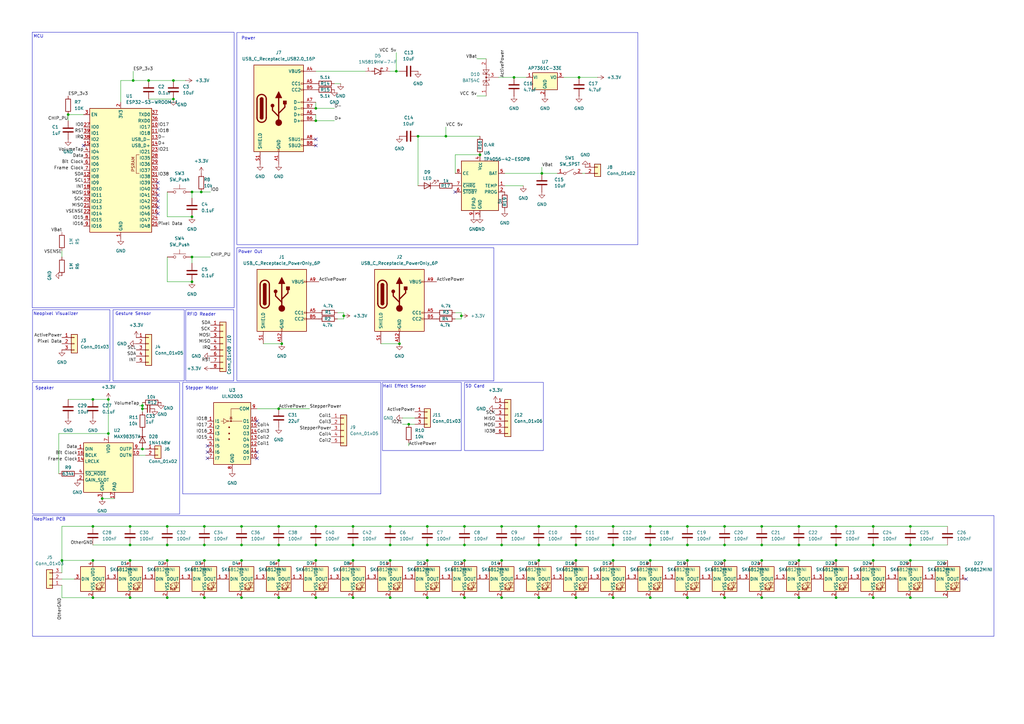
<source format=kicad_sch>
(kicad_sch (version 20250114) (generator "eeschema") (generator_version "9.0")
  (paper "A3")
  (rectangle (start 74.93 156.845) (end 156.21 202.565))
  (rectangle (start 97.155 13.335) (end 261.62 100.33))
  (rectangle (start 190.5 156.845) (end 222.885 184.785))
  (rectangle (start 97.155 101.6) (end 202.565 156.21))
  (rectangle (start 13.335 211.455) (end 407.67 260.985))
  (rectangle (start 13.208 13.208) (end 96.012 126.238))
  (rectangle (start 156.845 156.845) (end 189.23 184.785))
  (rectangle (start 13.335 127) (end 45.085 156.21))
  (rectangle (start 13.335 156.845) (end 73.66 210.82))
  (rectangle (start 76.2 127) (end 95.885 156.21))
  (rectangle (start 46.355 127) (end 75.565 156.21))
  (text "Neopixel Visualizer" (at 22.86 128.778 0) (effects (font (size 1.27 1.27))))
  (text "Power Out" (at 102.616 103.378 0) (effects (font (size 1.27 1.27))))
  (text "SD Card" (at 194.818 158.496 0) (effects (font (size 1.27 1.27))))
  (text "NeoPixel PCB" (at 20.32 213.106 0) (effects (font (size 1.27 1.27))))
  (text "MCU" (at 15.748 14.986 0) (effects (font (size 1.27 1.27))))
  (text "Stepper Motor\n" (at 82.804 159.258 0) (effects (font (size 1.27 1.27))))
  (text "Power" (at 101.854 15.748 0) (effects (font (size 1.27 1.27))))
  (text "Hall Effect Sensor\n" (at 165.862 158.496 0) (effects (font (size 1.27 1.27))))
  (text "Speaker" (at 18.288 159.258 0) (effects (font (size 1.27 1.27))))
  (text "RFID Reader" (at 82.55 129.032 0) (effects (font (size 1.27 1.27))))
  (text "Gesture Sensor\n" (at 54.61 128.778 0) (effects (font (size 1.27 1.27))))
  (junction (at 190.5 229.87))
  (junction (at 160.02 245.11))
  (junction (at 163.83 140.97))
  (junction (at 160.02 215.9))
  (junction (at 41.91 204.47))
  (junction (at 342.9 245.11))
  (junction (at 196.85 63.5))
  (junction (at 220.98 215.9))
  (junction (at 68.58 223.52))
  (junction (at 175.26 223.52))
  (junction (at 44.45 177.8))
  (junction (at 44.45 163.83))
  (junction (at 266.7 229.87))
  (junction (at 266.7 245.11))
  (junction (at 68.58 229.87))
  (junction (at 68.58 245.11))
  (junction (at 162.56 29.21))
  (junction (at 236.22 229.87))
  (junction (at 251.46 223.52))
  (junction (at 129.54 215.9))
  (junction (at 144.78 215.9))
  (junction (at 58.42 166.37))
  (junction (at 71.12 33.02))
  (junction (at 144.78 245.11))
  (junction (at 144.78 223.52))
  (junction (at 38.1 245.11))
  (junction (at 38.1 215.9))
  (junction (at 144.78 229.87))
  (junction (at 83.82 223.52))
  (junction (at 251.46 229.87))
  (junction (at 281.94 229.87))
  (junction (at 358.14 245.11))
  (junction (at 358.14 215.9))
  (junction (at 297.18 229.87))
  (junction (at 83.82 229.87))
  (junction (at 53.34 245.11))
  (junction (at 58.42 184.15))
  (junction (at 373.38 215.9))
  (junction (at 129.54 49.53))
  (junction (at 281.94 245.11))
  (junction (at 54.61 33.02))
  (junction (at 129.54 229.87))
  (junction (at 327.66 215.9))
  (junction (at 129.54 245.11))
  (junction (at 266.7 223.52))
  (junction (at 160.02 223.52))
  (junction (at 190.5 245.11))
  (junction (at 78.74 78.74))
  (junction (at 373.38 223.52))
  (junction (at 220.98 223.52))
  (junction (at 38.1 229.87))
  (junction (at 205.74 245.11))
  (junction (at 281.94 223.52))
  (junction (at 358.14 229.87))
  (junction (at 68.58 215.9))
  (junction (at 60.96 33.02))
  (junction (at 297.18 223.52))
  (junction (at 222.25 71.12))
  (junction (at 38.1 163.83))
  (junction (at 210.82 31.75))
  (junction (at 129.54 223.52))
  (junction (at 342.9 223.52))
  (junction (at 78.74 105.41))
  (junction (at 327.66 245.11))
  (junction (at 114.3 229.87))
  (junction (at 83.82 215.9))
  (junction (at 27.94 46.99))
  (junction (at 53.34 215.9))
  (junction (at 297.18 245.11))
  (junction (at 205.74 215.9))
  (junction (at 220.98 245.11))
  (junction (at 342.9 229.87))
  (junction (at 53.34 229.87))
  (junction (at 167.64 173.99))
  (junction (at 312.42 223.52))
  (junction (at 236.22 223.52))
  (junction (at 78.74 115.57))
  (junction (at 114.3 245.11))
  (junction (at 342.9 215.9))
  (junction (at 140.97 129.54))
  (junction (at 220.98 229.87))
  (junction (at 312.42 229.87))
  (junction (at 236.22 245.11))
  (junction (at 189.23 129.54))
  (junction (at 99.06 229.87))
  (junction (at 53.34 223.52))
  (junction (at 114.3 167.64))
  (junction (at 175.26 215.9))
  (junction (at 373.38 229.87))
  (junction (at 71.12 40.64))
  (junction (at 266.7 215.9))
  (junction (at 160.02 229.87))
  (junction (at 175.26 245.11))
  (junction (at 312.42 215.9))
  (junction (at 251.46 215.9))
  (junction (at 236.22 215.9))
  (junction (at 312.42 245.11))
  (junction (at 99.06 223.52))
  (junction (at 205.74 229.87))
  (junction (at 182.88 55.88))
  (junction (at 190.5 223.52))
  (junction (at 281.94 215.9))
  (junction (at 297.18 215.9))
  (junction (at 358.14 223.52))
  (junction (at 373.38 245.11))
  (junction (at 327.66 223.52))
  (junction (at 99.06 245.11))
  (junction (at 82.55 78.74))
  (junction (at 78.74 88.9))
  (junction (at 25.4 229.87))
  (junction (at 205.74 223.52))
  (junction (at 83.82 245.11))
  (junction (at 129.54 44.45))
  (junction (at 115.57 140.97))
  (junction (at 171.45 55.88))
  (junction (at 327.66 229.87))
  (junction (at 114.3 215.9))
  (junction (at 237.49 31.75))
  (junction (at 175.26 229.87))
  (junction (at 99.06 215.9))
  (junction (at 190.5 215.9))
  (junction (at 114.3 223.52))
  (junction (at 58.42 167.64))
  (junction (at 251.46 245.11))
  (no_connect (at 34.29 59.69))
  (no_connect (at 129.54 57.15))
  (no_connect (at 64.77 77.47))
  (no_connect (at 85.09 187.96))
  (no_connect (at 186.69 78.74))
  (no_connect (at 396.24 237.49))
  (no_connect (at 85.09 182.88))
  (no_connect (at 64.77 80.01))
  (no_connect (at 105.41 172.72))
  (no_connect (at 64.77 85.09))
  (no_connect (at 105.41 185.42))
  (no_connect (at 129.54 59.69))
  (no_connect (at 85.09 185.42))
  (no_connect (at 64.77 82.55))
  (no_connect (at 64.77 74.93))
  (no_connect (at 64.77 87.63))
  (no_connect (at 105.41 187.96))
  (wire (pts (xy 25.4 234.95) (xy 25.4 229.87)))
  (wire (pts (xy 222.25 71.12) (xy 228.6 71.12)))
  (wire (pts (xy 58.42 167.64) (xy 58.42 168.91)))
  (wire (pts (xy 25.4 215.9) (xy 38.1 215.9)))
  (wire (pts (xy 358.14 229.87) (xy 373.38 229.87)))
  (wire (pts (xy 236.22 245.11) (xy 251.46 245.11)))
  (wire (pts (xy 24.13 177.8) (xy 44.45 177.8)))
  (wire (pts (xy 78.74 81.28) (xy 78.74 78.74)))
  (wire (pts (xy 25.4 240.03) (xy 25.4 245.11)))
  (wire (pts (xy 68.58 223.52) (xy 83.82 223.52)))
  (wire (pts (xy 68.58 88.9) (xy 78.74 88.9)))
  (wire (pts (xy 205.74 245.11) (xy 220.98 245.11)))
  (wire (pts (xy 129.54 245.11) (xy 144.78 245.11)))
  (wire (pts (xy 175.26 245.11) (xy 190.5 245.11)))
  (wire (pts (xy 129.54 223.52) (xy 144.78 223.52)))
  (wire (pts (xy 167.64 182.88) (xy 167.64 181.61)))
  (wire (pts (xy 114.3 245.11) (xy 129.54 245.11)))
  (wire (pts (xy 160.02 229.87) (xy 175.26 229.87)))
  (wire (pts (xy 60.96 40.64) (xy 71.12 40.64)))
  (wire (pts (xy 68.58 215.9) (xy 83.82 215.9)))
  (wire (pts (xy 129.54 41.91) (xy 129.54 44.45)))
  (wire (pts (xy 207.01 71.12) (xy 222.25 71.12)))
  (wire (pts (xy 114.3 215.9) (xy 129.54 215.9)))
  (wire (pts (xy 99.06 215.9) (xy 114.3 215.9)))
  (wire (pts (xy 373.38 245.11) (xy 388.62 245.11)))
  (wire (pts (xy 182.88 55.88) (xy 196.85 55.88)))
  (wire (pts (xy 281.94 215.9) (xy 297.18 215.9)))
  (wire (pts (xy 165.1 173.99) (xy 167.64 173.99)))
  (wire (pts (xy 144.78 215.9) (xy 160.02 215.9)))
  (wire (pts (xy 71.12 33.02) (xy 76.2 33.02)))
  (wire (pts (xy 327.66 223.52) (xy 342.9 223.52)))
  (wire (pts (xy 175.26 223.52) (xy 190.5 223.52)))
  (wire (pts (xy 68.58 105.41) (xy 68.58 115.57)))
  (wire (pts (xy 53.34 229.87) (xy 68.58 229.87)))
  (wire (pts (xy 129.54 46.99) (xy 129.54 49.53)))
  (wire (pts (xy 44.45 177.8) (xy 44.45 163.83)))
  (wire (pts (xy 207.01 76.2) (xy 214.63 76.2)))
  (wire (pts (xy 25.4 229.87) (xy 25.4 215.9)))
  (wire (pts (xy 53.34 245.11) (xy 68.58 245.11)))
  (wire (pts (xy 83.82 223.52) (xy 99.06 223.52)))
  (wire (pts (xy 54.61 29.21) (xy 54.61 33.02)))
  (wire (pts (xy 220.98 223.52) (xy 236.22 223.52)))
  (wire (pts (xy 205.74 229.87) (xy 220.98 229.87)))
  (wire (pts (xy 139.7 34.29) (xy 137.16 34.29)))
  (wire (pts (xy 342.9 229.87) (xy 358.14 229.87)))
  (wire (pts (xy 190.5 215.9) (xy 205.74 215.9)))
  (wire (pts (xy 327.66 215.9) (xy 342.9 215.9)))
  (wire (pts (xy 78.74 107.95) (xy 78.74 105.41)))
  (wire (pts (xy 129.54 49.53) (xy 137.16 49.53)))
  (wire (pts (xy 373.38 215.9) (xy 388.62 215.9)))
  (wire (pts (xy 27.94 163.83) (xy 38.1 163.83)))
  (wire (pts (xy 58.42 184.15) (xy 59.69 184.15)))
  (wire (pts (xy 144.78 223.52) (xy 160.02 223.52)))
  (wire (pts (xy 99.06 229.87) (xy 114.3 229.87)))
  (wire (pts (xy 156.21 140.97) (xy 163.83 140.97)))
  (wire (pts (xy 68.58 115.57) (xy 78.74 115.57)))
  (wire (pts (xy 114.3 223.52) (xy 129.54 223.52)))
  (wire (pts (xy 195.58 24.13) (xy 199.39 24.13)))
  (wire (pts (xy 83.82 229.87) (xy 99.06 229.87)))
  (wire (pts (xy 231.14 31.75) (xy 237.49 31.75)))
  (wire (pts (xy 25.4 245.11) (xy 38.1 245.11)))
  (wire (pts (xy 251.46 229.87) (xy 266.7 229.87)))
  (wire (pts (xy 114.3 167.64) (xy 127 167.64)))
  (wire (pts (xy 189.23 128.27) (xy 189.23 129.54)))
  (wire (pts (xy 53.34 223.52) (xy 68.58 223.52)))
  (wire (pts (xy 237.49 31.75) (xy 245.11 31.75)))
  (wire (pts (xy 78.74 78.74) (xy 82.55 78.74)))
  (wire (pts (xy 186.69 63.5) (xy 186.69 71.12)))
  (wire (pts (xy 144.78 229.87) (xy 160.02 229.87)))
  (wire (pts (xy 41.91 204.47) (xy 46.99 204.47)))
  (wire (pts (xy 266.7 229.87) (xy 281.94 229.87)))
  (wire (pts (xy 195.58 39.37) (xy 199.39 39.37)))
  (wire (pts (xy 82.55 78.74) (xy 86.36 78.74)))
  (wire (pts (xy 160.02 215.9) (xy 175.26 215.9)))
  (wire (pts (xy 251.46 215.9) (xy 266.7 215.9)))
  (wire (pts (xy 138.43 130.81) (xy 140.97 130.81)))
  (wire (pts (xy 175.26 229.87) (xy 190.5 229.87)))
  (wire (pts (xy 24.13 194.31) (xy 24.13 177.8)))
  (wire (pts (xy 140.97 128.27) (xy 138.43 128.27)))
  (wire (pts (xy 38.1 215.9) (xy 53.34 215.9)))
  (wire (pts (xy 251.46 245.11) (xy 266.7 245.11)))
  (wire (pts (xy 342.9 245.11) (xy 358.14 245.11)))
  (wire (pts (xy 171.45 76.2) (xy 171.45 55.88)))
  (wire (pts (xy 162.56 21.59) (xy 162.56 29.21)))
  (wire (pts (xy 312.42 223.52) (xy 327.66 223.52)))
  (wire (pts (xy 358.14 223.52) (xy 373.38 223.52)))
  (wire (pts (xy 27.94 46.99) (xy 34.29 46.99)))
  (wire (pts (xy 182.88 52.07) (xy 182.88 55.88)))
  (wire (pts (xy 220.98 245.11) (xy 236.22 245.11)))
  (wire (pts (xy 196.85 63.5) (xy 186.69 63.5)))
  (wire (pts (xy 312.42 245.11) (xy 327.66 245.11)))
  (wire (pts (xy 160.02 245.11) (xy 175.26 245.11)))
  (wire (pts (xy 129.54 215.9) (xy 144.78 215.9)))
  (wire (pts (xy 281.94 229.87) (xy 297.18 229.87)))
  (wire (pts (xy 175.26 215.9) (xy 190.5 215.9)))
  (wire (pts (xy 266.7 245.11) (xy 281.94 245.11)))
  (wire (pts (xy 342.9 215.9) (xy 358.14 215.9)))
  (wire (pts (xy 78.74 105.41) (xy 86.36 105.41)))
  (wire (pts (xy 236.22 229.87) (xy 251.46 229.87)))
  (wire (pts (xy 58.42 165.1) (xy 58.42 166.37)))
  (wire (pts (xy 160.02 29.21) (xy 162.56 29.21)))
  (wire (pts (xy 140.97 128.27) (xy 140.97 129.54)))
  (wire (pts (xy 297.18 229.87) (xy 312.42 229.87)))
  (wire (pts (xy 222.25 68.58) (xy 222.25 71.12)))
  (wire (pts (xy 105.41 167.64) (xy 114.3 167.64)))
  (wire (pts (xy 44.45 179.07) (xy 44.45 177.8)))
  (wire (pts (xy 60.96 33.02) (xy 71.12 33.02)))
  (wire (pts (xy 129.54 29.21) (xy 149.86 29.21)))
  (wire (pts (xy 165.1 171.45) (xy 170.18 171.45)))
  (wire (pts (xy 171.45 55.88) (xy 182.88 55.88)))
  (wire (pts (xy 312.42 229.87) (xy 327.66 229.87)))
  (wire (pts (xy 251.46 223.52) (xy 266.7 223.52)))
  (wire (pts (xy 358.14 215.9) (xy 373.38 215.9)))
  (wire (pts (xy 57.15 166.37) (xy 58.42 166.37)))
  (wire (pts (xy 205.74 223.52) (xy 220.98 223.52)))
  (wire (pts (xy 38.1 229.87) (xy 53.34 229.87)))
  (wire (pts (xy 162.56 29.21) (xy 163.83 29.21)))
  (wire (pts (xy 297.18 245.11) (xy 312.42 245.11)))
  (wire (pts (xy 83.82 245.11) (xy 99.06 245.11)))
  (wire (pts (xy 68.58 229.87) (xy 83.82 229.87)))
  (wire (pts (xy 49.53 33.02) (xy 54.61 33.02)))
  (wire (pts (xy 68.58 78.74) (xy 68.58 88.9)))
  (wire (pts (xy 236.22 215.9) (xy 251.46 215.9)))
  (wire (pts (xy 281.94 223.52) (xy 297.18 223.52)))
  (wire (pts (xy 266.7 215.9) (xy 281.94 215.9)))
  (wire (pts (xy 266.7 223.52) (xy 281.94 223.52)))
  (wire (pts (xy 204.47 31.75) (xy 210.82 31.75)))
  (wire (pts (xy 44.45 163.83) (xy 38.1 163.83)))
  (wire (pts (xy 68.58 245.11) (xy 83.82 245.11)))
  (wire (pts (xy 53.34 215.9) (xy 68.58 215.9)))
  (wire (pts (xy 190.5 223.52) (xy 205.74 223.52)))
  (wire (pts (xy 358.14 245.11) (xy 373.38 245.11)))
  (wire (pts (xy 167.64 173.99) (xy 170.18 173.99)))
  (wire (pts (xy 190.5 245.11) (xy 205.74 245.11)))
  (wire (pts (xy 327.66 229.87) (xy 342.9 229.87)))
  (wire (pts (xy 236.22 223.52) (xy 251.46 223.52)))
  (wire (pts (xy 59.69 186.69) (xy 57.15 186.69)))
  (wire (pts (xy 99.06 245.11) (xy 114.3 245.11)))
  (wire (pts (xy 25.4 237.49) (xy 30.48 237.49)))
  (wire (pts (xy 38.1 245.11) (xy 53.34 245.11)))
  (wire (pts (xy 342.9 223.52) (xy 358.14 223.52)))
  (wire (pts (xy 107.95 140.97) (xy 115.57 140.97)))
  (wire (pts (xy 54.61 33.02) (xy 60.96 33.02)))
  (wire (pts (xy 186.69 130.81) (xy 189.23 130.81)))
  (wire (pts (xy 238.76 71.12) (xy 240.03 71.12)))
  (wire (pts (xy 83.82 215.9) (xy 99.06 215.9)))
  (wire (pts (xy 210.82 31.75) (xy 215.9 31.75)))
  (wire (pts (xy 220.98 229.87) (xy 236.22 229.87)))
  (wire (pts (xy 25.4 102.87) (xy 25.4 105.41)))
  (wire (pts (xy 373.38 223.52) (xy 388.62 223.52)))
  (wire (pts (xy 27.94 46.99) (xy 27.94 49.53)))
  (wire (pts (xy 114.3 229.87) (xy 129.54 229.87)))
  (wire (pts (xy 297.18 215.9) (xy 312.42 215.9)))
  (wire (pts (xy 25.4 229.87) (xy 38.1 229.87)))
  (wire (pts (xy 129.54 44.45) (xy 137.16 44.45)))
  (wire (pts (xy 99.06 223.52) (xy 114.3 223.52)))
  (wire (pts (xy 205.74 215.9) (xy 220.98 215.9)))
  (wire (pts (xy 297.18 223.52) (xy 312.42 223.52)))
  (wire (pts (xy 129.54 229.87) (xy 144.78 229.87)))
  (wire (pts (xy 144.78 245.11) (xy 160.02 245.11)))
  (wire (pts (xy 189.23 129.54) (xy 189.23 130.81)))
  (wire (pts (xy 220.98 215.9) (xy 236.22 215.9)))
  (wire (pts (xy 189.23 128.27) (xy 186.69 128.27)))
  (wire (pts (xy 57.15 184.15) (xy 58.42 184.15)))
  (wire (pts (xy 58.42 166.37) (xy 58.42 167.64)))
  (wire (pts (xy 327.66 245.11) (xy 342.9 245.11)))
  (wire (pts (xy 281.94 245.11) (xy 297.18 245.11)))
  (wire (pts (xy 38.1 223.52) (xy 53.34 223.52)))
  (wire (pts (xy 373.38 229.87) (xy 388.62 229.87)))
  (wire (pts (xy 160.02 223.52) (xy 175.26 223.52)))
  (wire (pts (xy 49.53 33.02) (xy 49.53 41.91)))
  (wire (pts (xy 190.5 229.87) (xy 205.74 229.87)))
  (wire (pts (xy 312.42 215.9) (xy 327.66 215.9)))
  (wire (pts (xy 140.97 129.54) (xy 140.97 130.81)))
  (label "ESP_3v3" (at 27.94 39.37 0))
  (label "IO15" (at 85.09 180.34 180))
  (label "IRQ" (at 34.29 57.15 180))
  (label "IO17" (at 85.09 175.26 180))
  (label "SDA" (at 34.29 72.39 180))
  (label "IO38" (at 64.77 72.39 0))
  (label "SCL" (at 34.29 74.93 180))
  (label "VBat" (at 25.4 95.25 180))
  (label "ESP_3v3" (at 54.61 29.21 0))
  (label "IO38" (at 203.2 177.8 180))
  (label "VBat" (at 195.58 24.13 180))
  (label "D+" (at 137.16 49.53 0))
  (label "VCC 5v" (at 195.58 39.37 180))
  (label "INT" (at 55.88 148.59 180))
  (label "StepperPower" (at 135.89 176.53 180))
  (label "Bit Clock" (at 31.75 186.69 180))
  (label "ActivePower" (at 170.18 168.91 180))
  (label "CHIP_PU" (at 27.94 49.53 180))
  (label "IRQ" (at 86.36 143.51 180))
  (label "ActivePower" (at 179.07 115.57 0))
  (label "INT" (at 34.29 77.47 180))
  (label "StepperPower" (at 127 167.64 0))
  (label "IO18" (at 64.77 54.61 0))
  (label "Coil1" (at 105.41 182.88 0))
  (label "VBat" (at 222.25 68.58 0))
  (label "IO21" (at 165.1 173.99 180))
  (label "VSENSE" (at 25.4 104.14 180))
  (label "CHIP_PU" (at 86.36 105.41 0))
  (label "IO16" (at 85.09 177.8 180))
  (label "Frame Clock" (at 31.75 189.23 180))
  (label "ActivePower" (at 114.3 167.64 0))
  (label "RST" (at 86.36 148.59 180))
  (label "MOSI" (at 203.2 175.26 180))
  (label "IO16" (at 34.29 92.71 180))
  (label "Coil4" (at 135.89 179.07 180))
  (label "Coil3" (at 135.89 173.99 180))
  (label "Pixel Data" (at 64.77 92.71 0))
  (label "ActivePower" (at 130.81 115.57 0))
  (label "D-" (at 137.16 44.45 0))
  (label "MISO" (at 203.2 172.72 180))
  (label "ActivePower" (at 25.4 138.43 180))
  (label "IO18" (at 85.09 172.72 180))
  (label "MOSI" (at 86.36 138.43 180))
  (label "Frame Clock" (at 34.29 69.85 180))
  (label "SCK" (at 34.29 82.55 180))
  (label "Coil1" (at 135.89 171.45 180))
  (label "Bit Clock" (at 34.29 67.31 180))
  (label "VSENSE" (at 34.29 87.63 180))
  (label "SCL" (at 55.88 143.51 180))
  (label "SDA" (at 86.36 133.35 180))
  (label "IO0" (at 86.36 78.74 0))
  (label "IO15" (at 34.29 90.17 180))
  (label "RST" (at 34.29 54.61 180))
  (label "D-" (at 64.77 57.15 0))
  (label "Coil2" (at 135.89 181.61 180))
  (label "MISO" (at 34.29 85.09 180))
  (label "VCC 5v" (at 162.56 21.59 180))
  (label "Data" (at 34.29 64.77 180))
  (label "VCC 5v" (at 182.88 52.07 0))
  (label "VolumeTap" (at 57.15 166.37 180))
  (label "IO21" (at 64.77 62.23 0))
  (label "Coil3" (at 105.41 177.8 0))
  (label "Coil2" (at 105.41 180.34 0))
  (label "SCK" (at 203.2 170.18 180))
  (label "OtherGND" (at 25.4 245.11 270))
  (label "SDA" (at 55.88 146.05 180))
  (label "Data" (at 31.75 184.15 180))
  (label "D+" (at 64.77 59.69 0))
  (label "MISO" (at 86.36 140.97 180))
  (label "SCK" (at 86.36 135.89 180))
  (label "ActivePower" (at 207.01 31.75 90))
  (label "IO0" (at 34.29 52.07 180))
  (label "OtherGND" (at 38.1 223.52 180))
  (label "IO17" (at 64.77 52.07 0))
  (label "MOSI" (at 34.29 80.01 180))
  (label "Pixel Data" (at 25.4 140.97 180))
  (label "ActivePower" (at 167.64 182.88 0))
  (label "VolumeTap" (at 34.29 62.23 180))
  (label "Coil4" (at 105.41 175.26 0))
  (symbol (lib_id "Device:C") (at 175.26 219.71 0) (unit 1)
    (property "Reference" "C7" (at 179.07 218.4399 0) (effects (justify left)))
    (property "Value" "100nF" (at 179.07 220.9799 0) (effects (justify left)))
    (property "Footprint" "Capacitor_SMD:C_0603_1608Metric" (effects (hide yes)))
    (property "Description" "Unpolarized capacitor" (effects (hide yes)))
  )
  (symbol (lib_id "Device:C") (at 312.42 219.71 0) (unit 1)
    (property "Reference" "C21" (at 316.23 218.4399 0) (effects (justify left)))
    (property "Value" "100nF" (at 316.23 220.9799 0) (effects (justify left)))
    (property "Footprint" "Capacitor_SMD:C_0603_1608Metric" (effects (hide yes)))
    (property "Description" "Unpolarized capacitor" (effects (hide yes)))
  )
  (symbol (lib_id "Device:C") (at 53.34 219.71 0) (unit 1)
    (property "Reference" "C30" (at 57.15 218.4399 0) (effects (justify left)))
    (property "Value" "100nF" (at 57.15 220.9799 0) (effects (justify left)))
    (property "Footprint" "Capacitor_SMD:C_0603_1608Metric" (effects (hide yes)))
    (property "Description" "Unpolarized capacitor" (effects (hide yes)))
  )
  (symbol (lib_id "power:GND") (at 137.16 36.83 0) (unit 1)
    (property "Reference" "#PWR035" (effects (hide yes)))
    (property "Value" "GND" (at 137.16 41.91 0))
    (property "Description" "Power symbol creates a global label with name \"GND\" , ground" (effects (hide yes)))
  )
  (symbol (lib_id "Device:C") (at 205.74 219.71 0) (unit 1)
    (property "Reference" "C9" (at 209.55 218.4399 0) (effects (justify left)))
    (property "Value" "100nF" (at 209.55 220.9799 0) (effects (justify left)))
    (property "Footprint" "Capacitor_SMD:C_0603_1608Metric" (effects (hide yes)))
    (property "Description" "Unpolarized capacitor" (effects (hide yes)))
  )
  (symbol (lib_id "Connector_Generic:Conn_01x05") (at 60.96 143.51 0) (unit 1)
    (property "Reference" "J4" (at 63.5 142.2399 0) (effects (justify left)))
    (property "Value" "Conn_01x05" (at 63.5 144.7799 0) (effects (justify left)))
    (property "Footprint" "Connector_PinHeader_2.54mm:PinHeader_1x05_P2.54mm_Vertical" (effects (hide yes)))
    (property "Description" "Generic connector, single row, 01x05, script generated (kicad-library-utils/schlib/autogen/connector/)" (effects (hide yes)))
  )
  (symbol (lib_id "DSiode:1N5819HW-7-F") (at 154.94 29.21 0) (unit 1)
    (property "Reference" "D5" (at 154.94 22.86 0))
    (property "Value" "1N5819HW-7-F" (at 154.94 25.4 0))
    (property "Footprint" "Diode_SMD:D_SOD-123" (effects (hide yes)))
    (property "MF" "Diodes Inc." (effects (hide yes)))
    (property "Description_1" "Diode Schottky 1A 40V SOD123 | Diodes Inc 1N5819HW-7-F" (effects (hide yes)))
    (property "Package" "SOD-123 Fairchild Semiconductor" (effects (hide yes)))
    (property "Price" "None" (effects (hide yes)))
    (property "Check_prices" "https://www.snapeda.com/parts/1N5819HW-7-F/Diodes+Inc./view-part/?ref=eda" (effects (hide yes)))
    (property "STANDARD" "IPC-7351B" (effects (hide yes)))
    (property "PARTREV" "18-2" (effects (hide yes)))
    (property "SnapEDA_Link" "https://www.snapeda.com/parts/1N5819HW-7-F/Diodes+Inc./view-part/?ref=snap" (effects (hide yes)))
    (property "MP" "1N5819HW-7-F" (effects (hide yes)))
    (property "Availability" "In Stock" (effects (hide yes)))
    (property "MANUFACTURER" "Diodes Inc." (effects (hide yes)))
  )
  (symbol (lib_id "Device:C") (at 388.62 219.71 0) (unit 1)
    (property "Reference" "C26" (at 392.43 218.4399 0) (effects (justify left)))
    (property "Value" "100nF" (at 392.43 220.9799 0) (effects (justify left)))
    (property "Footprint" "Capacitor_SMD:C_0603_1608Metric" (effects (hide yes)))
    (property "Description" "Unpolarized capacitor" (effects (hide yes)))
  )
  (symbol (lib_id "power:GND") (at 203.2 167.64 270) (unit 1)
    (property "Reference" "#PWR026" (effects (hide yes)))
    (property "Value" "GND" (at 199.39 167.6399 90) (effects (justify right)))
    (property "Description" "Power symbol creates a global label with name \"GND\" , ground" (effects (hide yes)))
  )
  (symbol (lib_id "LED:SK6812MINI") (at 53.34 237.49 0) (unit 1)
    (property "Reference" "D2" (at 66.04 231.0698 0))
    (property "Value" "SK6812MINI" (at 66.04 233.6098 0))
    (property "Footprint" "PiZero:LED_SK6812MINI_PLCC4_3.5x3.5mm_P1.75mm" (effects (hide yes)))
    (property "Datasheet" "https://cdn-shop.adafruit.com/product-files/2686/SK6812MINI_REV.01-1-2.pdf" (effects (hide yes)))
    (property "Description" "RGB LED with integrated controller" (effects (hide yes)))
  )
  (symbol (lib_id "LED:SK6812MINI") (at 68.58 237.49 0) (unit 1)
    (property "Reference" "D3" (at 81.28 231.0698 0))
    (property "Value" "SK6812MINI" (at 81.28 233.6098 0))
    (property "Footprint" "PiZero:LED_SK6812MINI_PLCC4_3.5x3.5mm_P1.75mm" (effects (hide yes)))
    (property "Datasheet" "https://cdn-shop.adafruit.com/product-files/2686/SK6812MINI_REV.01-1-2.pdf" (effects (hide yes)))
    (property "Description" "RGB LED with integrated controller" (effects (hide yes)))
  )
  (symbol (lib_id "LED:SK6812MINI") (at 175.26 237.49 0) (unit 1)
    (property "Reference" "D13" (at 187.96 231.0698 0))
    (property "Value" "SK6812MINI" (at 187.96 233.6098 0))
    (property "Footprint" "PiZero:LED_SK6812MINI_PLCC4_3.5x3.5mm_P1.75mm" (effects (hide yes)))
    (property "Datasheet" "https://cdn-shop.adafruit.com/product-files/2686/SK6812MINI_REV.01-1-2.pdf" (effects (hide yes)))
    (property "Description" "RGB LED with integrated controller" (effects (hide yes)))
  )
  (symbol (lib_id "LED:SK6812MINI") (at 83.82 237.49 0) (unit 1)
    (property "Reference" "D4" (at 96.52 231.0698 0))
    (property "Value" "SK6812MINI" (at 96.52 233.6098 0))
    (property "Footprint" "PiZero:LED_SK6812MINI_PLCC4_3.5x3.5mm_P1.75mm" (effects (hide yes)))
    (property "Datasheet" "https://cdn-shop.adafruit.com/product-files/2686/SK6812MINI_REV.01-1-2.pdf" (effects (hide yes)))
    (property "Description" "RGB LED with integrated controller" (effects (hide yes)))
  )
  (symbol (lib_id "power:GND") (at 27.94 171.45 0) (unit 1)
    (property "Reference" "#PWR016" (effects (hide yes)))
    (property "Value" "GND" (at 27.94 176.53 0))
    (property "Description" "Power symbol creates a global label with name \"GND\" , ground" (effects (hide yes)))
  )
  (symbol (lib_id "Connector_Generic:Conn_01x02") (at 64.77 184.15 0) (unit 1)
    (property "Reference" "J6" (at 67.31 184.1499 0) (effects (justify left)))
    (property "Value" "Conn_01x02" (at 60.96 189.23 0) (effects (justify left)))
    (property "Footprint" "Connector_PinHeader_2.54mm:PinHeader_1x02_P2.54mm_Vertical" (effects (hide yes)))
    (property "Description" "Generic connector, single row, 01x02, script generated (kicad-library-utils/schlib/autogen/connector/)" (effects (hide yes)))
  )
  (symbol (lib_id "Device:R") (at 133.35 34.29 90) (unit 1)
    (property "Reference" "R14" (at 133.35 34.29 90))
    (property "Value" "5.1k" (at 133.35 31.75 90))
    (property "Footprint" "Resistor_SMD:R_0603_1608Metric" (effects (hide yes)))
    (property "Description" "Resistor" (effects (hide yes)))
  )
  (symbol (lib_id "Device:C") (at 60.96 36.83 0) (unit 1)
    (property "Reference" "C2" (at 64.77 35.5599 0) (effects (justify left)))
    (property "Value" "0.1uF" (at 64.77 38.0999 0) (effects (justify left)))
    (property "Footprint" "Capacitor_SMD:C_0603_1608Metric" (effects (hide yes)))
    (property "Description" "Unpolarized capacitor" (effects (hide yes)))
  )
  (symbol (lib_id "power:GND") (at 78.74 115.57 0) (unit 1)
    (property "Reference" "#PWR09" (effects (hide yes)))
    (property "Value" "GND" (at 78.74 120.65 0))
    (property "Description" "Power symbol creates a global label with name \"GND\" , ground" (effects (hide yes)))
  )
  (symbol (lib_id "LED:SK6812MINI") (at 129.54 237.49 0) (unit 1)
    (property "Reference" "D8" (at 142.24 231.0698 0))
    (property "Value" "SK6812MINI" (at 142.24 233.6098 0))
    (property "Footprint" "PiZero:LED_SK6812MINI_PLCC4_3.5x3.5mm_P1.75mm" (effects (hide yes)))
    (property "Datasheet" "https://cdn-shop.adafruit.com/product-files/2686/SK6812MINI_REV.01-1-2.pdf" (effects (hide yes)))
    (property "Description" "RGB LED with integrated controller" (effects (hide yes)))
  )
  (symbol (lib_id "LED:SK6812MINI") (at 114.3 237.49 0) (unit 1)
    (property "Reference" "D7" (at 127 231.0698 0))
    (property "Value" "SK6812MINI" (at 127 233.6098 0))
    (property "Footprint" "PiZero:LED_SK6812MINI_PLCC4_3.5x3.5mm_P1.75mm" (effects (hide yes)))
    (property "Datasheet" "https://cdn-shop.adafruit.com/product-files/2686/SK6812MINI_REV.01-1-2.pdf" (effects (hide yes)))
    (property "Description" "RGB LED with integrated controller" (effects (hide yes)))
  )
  (symbol (lib_id "LED:SK6812MINI") (at 327.66 237.49 0) (unit 1)
    (property "Reference" "D23" (at 340.36 231.0698 0))
    (property "Value" "SK6812MINI" (at 340.36 233.6098 0))
    (property "Footprint" "PiZero:LED_SK6812MINI_PLCC4_3.5x3.5mm_P1.75mm" (effects (hide yes)))
    (property "Datasheet" "https://cdn-shop.adafruit.com/product-files/2686/SK6812MINI_REV.01-1-2.pdf" (effects (hide yes)))
    (property "Description" "RGB LED with integrated controller" (effects (hide yes)))
  )
  (symbol (lib_id "Connector_Generic:Conn_01x03") (at 175.26 171.45 0) (unit 1)
    (property "Reference" "J11" (at 177.292 170.18 0) (effects (justify left)))
    (property "Value" "Conn_01x03" (at 177.292 172.72 0) (effects (justify left)))
    (property "Footprint" "Connector_PinSocket_2.54mm:PinSocket_1x03_P2.54mm_Vertical" (effects (hide yes)))
    (property "Description" "Generic connector, single row, 01x03, script generated (kicad-library-utils/schlib/autogen/connector/)" (effects (hide yes)))
  )
  (symbol (lib_id "Switch:SW_SPST") (at 233.68 71.12 0) (unit 1)
    (property "Reference" "SW1" (at 233.68 64.77 0))
    (property "Value" "SW_SPST" (at 233.68 67.31 0))
    (property "Footprint" "Connector_PinHeader_2.54mm:PinHeader_1x02_P2.54mm_Vertical" (effects (hide yes)))
    (property "Description" "Single Pole Single Throw (SPST) switch" (effects (hide yes)))
  )
  (symbol (lib_id "Device:C") (at 129.54 219.71 0) (unit 1)
    (property "Reference" "C40" (at 133.35 218.4399 0) (effects (justify left)))
    (property "Value" "100nF" (at 133.35 220.9799 0) (effects (justify left)))
    (property "Footprint" "Capacitor_SMD:C_0603_1608Metric" (effects (hide yes)))
    (property "Description" "Unpolarized capacitor" (effects (hide yes)))
  )
  (symbol (lib_id "power:GND") (at 214.63 76.2 0) (unit 1)
    (property "Reference" "#PWR044" (effects (hide yes)))
    (property "Value" "GND" (at 214.63 81.28 0))
    (property "Description" "Power symbol creates a global label with name \"GND\" , ground" (effects (hide yes)))
  )
  (symbol (lib_id "LED:SK6812MINI") (at 281.94 237.49 0) (unit 1)
    (property "Reference" "D20" (at 294.64 231.0698 0))
    (property "Value" "SK6812MINI" (at 294.64 233.6098 0))
    (property "Footprint" "PiZero:LED_SK6812MINI_PLCC4_3.5x3.5mm_P1.75mm" (effects (hide yes)))
    (property "Datasheet" "https://cdn-shop.adafruit.com/product-files/2686/SK6812MINI_REV.01-1-2.pdf" (effects (hide yes)))
    (property "Description" "RGB LED with integrated controller" (effects (hide yes)))
  )
  (symbol (lib_id "power:GND") (at 114.3 67.31 0) (unit 1)
    (property "Reference" "#PWR029" (effects (hide yes)))
    (property "Value" "GND" (at 114.3 72.39 0))
    (property "Description" "Power symbol creates a global label with name \"GND\" , ground" (effects (hide yes)))
  )
  (symbol (lib_id "Device:R") (at 82.55 74.93 0) (unit 1)
    (property "Reference" "R8" (at 83.566 73.66 0) (effects (justify left)))
    (property "Value" "10k" (at 83.566 76.2 0) (effects (justify left)))
    (property "Footprint" "Resistor_SMD:R_0603_1608Metric" (effects (hide yes)))
    (property "Description" "Resistor" (effects (hide yes)))
  )
  (symbol (lib_id "power:+3.3V") (at 82.55 71.12 0) (unit 1)
    (property "Reference" "#PWR010" (effects (hide yes)))
    (property "Value" "+3.3V" (at 82.55 66.04 0))
    (property "Description" "Power symbol creates a global label with name \"+3.3V\"" (effects (hide yes)))
  )
  (symbol (lib_id "Device:LED") (at 175.26 76.2 180) (unit 1)
    (property "Reference" "D9" (at 175.26 70.612 0))
    (property "Value" "LED" (at 175.26 73.152 0))
    (property "Footprint" "LED_SMD:LED_0603_1608Metric" (effects (hide yes)))
    (property "Description" "Light emitting diode" (effects (hide yes)))
    (property "Sim.Pins" "1=K 2=A" (effects (hide yes)))
  )
  (symbol (lib_id "power:+3.3V") (at 189.23 129.54 270) (unit 1)
    (property "Reference" "#PWR024" (effects (hide yes)))
    (property "Value" "+3.3V" (at 193.04 129.5399 90) (effects (justify left)))
    (property "Description" "Power symbol creates a global label with name \"+3.3V\"" (effects (hide yes)))
  )
  (symbol (lib_id "Connector:USB_C_Receptacle_PowerOnly_6P") (at 115.57 123.19 0) (unit 1)
    (property "Reference" "J1" (at 115.57 105.41 0))
    (property "Value" "USB_C_Receptacle_PowerOnly_6P" (at 115.57 107.95 0))
    (property "Footprint" "Connector_USB:USB_C_Receptacle_HRO_TYPE-C-31-M-17" (effects (hide yes)))
    (property "Datasheet" "https://www.usb.org/sites/default/files/documents/usb_type-c.zip" (effects (hide yes)))
    (property "Description" "USB Power-Only 6P Type-C Receptacle connector" (effects (hide yes)))
  )
  (symbol (lib_id "Battery_Management:TP4056-42-ESOP8") (at 196.85 76.2 0) (unit 1)
    (property "Reference" "U6" (at 198.374 62.738 0) (effects (justify left)))
    (property "Value" "TP4056-42-ESOP8" (at 198.374 65.278 0) (effects (justify left)))
    (property "Footprint" "Package_SO:SOIC-8-1EP_3.9x4.9mm_P1.27mm_EP2.41x3.3mm_ThermalVias" (effects (hide yes)))
    (property "Datasheet" "https://www.lcsc.com/datasheet/lcsc_datasheet_2410121619_TOPPOWER-Nanjing-Extension-Microelectronics-TP4056-42-ESOP8_C16581.pdf" (effects (hide yes)))
    (property "Description" "1A Standalone Linear Li-ion/LiPo single-cell battery charger, 4.2V ±1% charge voltage, VCC = 4.0..8.0V, SOIC-8 (SOP-8)" (effects (hide yes)))
  )
  (symbol (lib_id "LED:SK6812MINI") (at 297.18 237.49 0) (unit 1)
    (property "Reference" "D21" (at 309.88 231.0698 0))
    (property "Value" "SK6812MINI" (at 309.88 233.6098 0))
    (property "Footprint" "PiZero:LED_SK6812MINI_PLCC4_3.5x3.5mm_P1.75mm" (effects (hide yes)))
    (property "Datasheet" "https://cdn-shop.adafruit.com/product-files/2686/SK6812MINI_REV.01-1-2.pdf" (effects (hide yes)))
    (property "Description" "RGB LED with integrated controller" (effects (hide yes)))
  )
  (symbol (lib_id "Device:C") (at 281.94 219.71 0) (unit 1)
    (property "Reference" "C19" (at 285.75 218.4399 0) (effects (justify left)))
    (property "Value" "100nF" (at 285.75 220.9799 0) (effects (justify left)))
    (property "Footprint" "Capacitor_SMD:C_0603_1608Metric" (effects (hide yes)))
    (property "Description" "Unpolarized capacitor" (effects (hide yes)))
  )
  (symbol (lib_id "power:GND") (at 31.75 196.85 0) (unit 1)
    (property "Reference" "#PWR013" (effects (hide yes)))
    (property "Value" "GND" (at 31.75 201.93 0))
    (property "Description" "Power symbol creates a global label with name \"GND\" , ground" (effects (hide yes)))
  )
  (symbol (lib_id "Audio:MAX98357A") (at 44.45 191.77 0) (unit 1)
    (property "Reference" "U2" (at 46.5933 176.53 0) (effects (justify left)))
    (property "Value" "MAX98357A" (at 46.5933 179.07 0) (effects (justify left)))
    (property "Footprint" "Package_DFN_QFN:TQFN-16-1EP_3x3mm_P0.5mm_EP1.23x1.23mm" (effects (hide yes)))
    (property "Datasheet" "https://www.analog.com/media/en/technical-documentation/data-sheets/MAX98357A-MAX98357B.pdf" (effects (hide yes)))
    (property "Description" "Mono DAC with amplifier, I2S, PCM, TDM, 32-bit, 96khz, 3.2W, TQFP-16" (effects (hide yes)))
  )
  (symbol (lib_id "power:GND") (at 27.94 57.15 0) (unit 1)
    (property "Reference" "#PWR05" (effects (hide yes)))
    (property "Value" "GND" (at 27.94 62.23 0))
    (property "Description" "Power symbol creates a global label with name \"GND\" , ground" (effects (hide yes)))
  )
  (symbol (lib_id "Device:C") (at 38.1 167.64 0) (unit 1)
    (property "Reference" "C27" (at 41.91 166.3699 0) (effects (justify left)))
    (property "Value" "0.1uF" (at 41.91 168.9099 0) (effects (justify left)))
    (property "Footprint" "Capacitor_SMD:C_0603_1608Metric" (effects (hide yes)))
    (property "Description" "Unpolarized capacitor" (effects (hide yes)))
  )
  (symbol (lib_id "power:+3.3V") (at 245.11 31.75 270) (unit 1)
    (property "Reference" "#PWR057" (effects (hide yes)))
    (property "Value" "+3.3V" (at 248.92 31.7499 90) (effects (justify left)))
    (property "Description" "Power symbol creates a global label with name \"+3.3V\"" (effects (hide yes)))
  )
  (symbol (lib_id "LED:SK6812MINI") (at 358.14 237.49 0) (unit 1)
    (property "Reference" "D25" (at 370.84 231.0698 0))
    (property "Value" "SK6812MINI" (at 370.84 233.6098 0))
    (property "Footprint" "PiZero:LED_SK6812MINI_PLCC4_3.5x3.5mm_P1.75mm" (effects (hide yes)))
    (property "Datasheet" "https://cdn-shop.adafruit.com/product-files/2686/SK6812MINI_REV.01-1-2.pdf" (effects (hide yes)))
    (property "Description" "RGB LED with integrated controller" (effects (hide yes)))
  )
  (symbol (lib_id "power:+3.3V") (at 44.45 163.83 0) (unit 1)
    (property "Reference" "#PWR017" (effects (hide yes)))
    (property "Value" "+3.3V" (at 44.45 158.75 0))
    (property "Description" "Power symbol creates a global label with name \"+3.3V\"" (effects (hide yes)))
  )
  (symbol (lib_id "LED:SK6812MINI") (at 236.22 237.49 0) (unit 1)
    (property "Reference" "D17" (at 248.92 231.0698 0))
    (property "Value" "SK6812MINI" (at 248.92 233.6098 0))
    (property "Footprint" "PiZero:LED_SK6812MINI_PLCC4_3.5x3.5mm_P1.75mm" (effects (hide yes)))
    (property "Datasheet" "https://cdn-shop.adafruit.com/product-files/2686/SK6812MINI_REV.01-1-2.pdf" (effects (hide yes)))
    (property "Description" "RGB LED with integrated controller" (effects (hide yes)))
  )
  (symbol (lib_id "Device:R") (at 182.88 76.2 90) (unit 1)
    (property "Reference" "R17" (at 184.658 76.2 90) (effects (justify left)))
    (property "Value" "1k" (at 184.15 74.168 90) (effects (justify left)))
    (property "Footprint" "Resistor_SMD:R_0603_1608Metric" (effects (hide yes)))
    (property "Description" "Resistor" (effects (hide yes)))
  )
  (symbol (lib_id "power:GND") (at 115.57 140.97 0) (unit 1)
    (property "Reference" "#PWR01" (effects (hide yes)))
    (property "Value" "GND" (at 115.57 146.05 0))
    (property "Description" "Power symbol creates a global label with name \"GND\" , ground" (effects (hide yes)))
  )
  (symbol (lib_id "power:GND") (at 49.53 97.79 0) (unit 1)
    (property "Reference" "#PWR06" (effects (hide yes)))
    (property "Value" "GND" (at 49.53 102.87 0))
    (property "Description" "Power symbol creates a global label with name \"GND\" , ground" (effects (hide yes)))
  )
  (symbol (lib_id "LED:SK6812MINI") (at 342.9 237.49 0) (unit 1)
    (property "Reference" "D24" (at 355.6 231.0698 0))
    (property "Value" "SK6812MINI" (at 355.6 233.6098 0))
    (property "Footprint" "PiZero:LED_SK6812MINI_PLCC4_3.5x3.5mm_P1.75mm" (effects (hide yes)))
    (property "Datasheet" "https://cdn-shop.adafruit.com/product-files/2686/SK6812MINI_REV.01-1-2.pdf" (effects (hide yes)))
    (property "Description" "RGB LED with integrated controller" (effects (hide yes)))
  )
  (symbol (lib_id "power:GND") (at 163.83 55.88 0) (unit 1)
    (property "Reference" "#PWR041" (effects (hide yes)))
    (property "Value" "GND" (at 163.83 60.96 0))
    (property "Description" "Power symbol creates a global label with name \"GND\" , ground" (effects (hide yes)))
  )
  (symbol (lib_id "power:GND") (at 207.01 86.36 0) (unit 1)
    (property "Reference" "#PWR045" (effects (hide yes)))
    (property "Value" "GND" (at 207.01 91.44 0))
    (property "Description" "Power symbol creates a global label with name \"GND\" , ground" (effects (hide yes)))
  )
  (symbol (lib_id "power:GND") (at 223.52 39.37 0) (unit 1)
    (property "Reference" "#PWR049" (effects (hide yes)))
    (property "Value" "GND" (at 223.52 44.45 0))
    (property "Description" "Power symbol creates a global label with name \"GND\" , ground" (effects (hide yes)))
  )
  (symbol (lib_id "Device:R") (at 133.35 36.83 90) (unit 1)
    (property "Reference" "R15" (at 133.35 36.83 90))
    (property "Value" "5.1k" (at 133.35 39.37 90))
    (property "Footprint" "Resistor_SMD:R_0603_1608Metric" (effects (hide yes)))
    (property "Description" "Resistor" (effects (hide yes)))
  )
  (symbol (lib_id "Device:C") (at 114.3 171.45 0) (unit 1)
    (property "Reference" "C31" (at 118.11 170.1799 0) (effects (justify left)))
    (property "Value" "22uF" (at 118.11 172.7199 0) (effects (justify left)))
    (property "Footprint" "Capacitor_SMD:C_0603_1608Metric" (effects (hide yes)))
    (property "Description" "Unpolarized capacitor" (effects (hide yes)))
  )
  (symbol (lib_id "Transistor_Array:ULN2003") (at 95.25 177.8 0) (unit 1)
    (property "Reference" "U3" (at 95.25 160.02 0))
    (property "Value" "ULN2003" (at 95.25 162.56 0))
    (property "Footprint" "Package_SO:SOIC-16_3.9x9.9mm_P1.27mm" (effects (hide yes)))
    (property "Datasheet" "http://www.ti.com/lit/ds/symlink/uln2003a.pdf" (effects (hide yes)))
    (property "Description" "High Voltage, High Current Darlington Transistor Arrays, SOIC16/SOIC16W/DIP16/TSSOP16" (effects (hide yes)))
  )
  (symbol (lib_id "Device:C") (at 251.46 219.71 0) (unit 1)
    (property "Reference" "C12" (at 255.27 218.4399 0) (effects (justify left)))
    (property "Value" "100nF" (at 255.27 220.9799 0) (effects (justify left)))
    (property "Footprint" "Capacitor_SMD:C_0603_1608Metric" (effects (hide yes)))
    (property "Description" "Unpolarized capacitor" (effects (hide yes)))
  )
  (symbol (lib_id "power:GND") (at 55.88 140.97 270) (unit 1)
    (property "Reference" "#PWR011" (effects (hide yes)))
    (property "Value" "GND" (at 52.07 140.9699 90) (effects (justify right)))
    (property "Description" "Power symbol creates a global label with name \"GND\" , ground" (effects (hide yes)))
  )
  (symbol (lib_id "Device:R") (at 25.4 109.22 0) (unit 1)
    (property "Reference" "R6" (at 31.75 109.22 90))
    (property "Value" "1M" (at 29.21 109.22 90))
    (property "Footprint" "Resistor_SMD:R_0603_1608Metric" (effects (hide yes)))
    (property "Description" "Resistor" (effects (hide yes)))
  )
  (symbol (lib_id "Device:C") (at 190.5 219.71 0) (unit 1)
    (property "Reference" "C8" (at 194.31 218.4399 0) (effects (justify left)))
    (property "Value" "100nF" (at 194.31 220.9799 0) (effects (justify left)))
    (property "Footprint" "Capacitor_SMD:C_0603_1608Metric" (effects (hide yes)))
    (property "Description" "Unpolarized capacitor" (effects (hide yes)))
  )
  (symbol (lib_id "Device:C") (at 99.06 219.71 0) (unit 1)
    (property "Reference" "C36" (at 102.87 218.4399 0) (effects (justify left)))
    (property "Value" "100nF" (at 102.87 220.9799 0) (effects (justify left)))
    (property "Footprint" "Capacitor_SMD:C_0603_1608Metric" (effects (hide yes)))
    (property "Description" "Unpolarized capacitor" (effects (hide yes)))
  )
  (symbol (lib_id "Device:R") (at 182.88 130.81 90) (unit 1)
    (property "Reference" "R4" (at 182.626 130.81 90))
    (property "Value" "4.7k" (at 182.626 133.35 90))
    (property "Footprint" "Resistor_SMD:R_0603_1608Metric" (effects (hide yes)))
    (property "Description" "Resistor" (effects (hide yes)))
  )
  (symbol (lib_id "Device:C") (at 27.94 53.34 0) (unit 1)
    (property "Reference" "C1" (at 21.336 52.07 0) (effects (justify left)))
    (property "Value" "1uF" (at 21.336 54.61 0) (effects (justify left)))
    (property "Footprint" "Capacitor_SMD:C_0603_1608Metric" (effects (hide yes)))
    (property "Description" "Unpolarized capacitor" (effects (hide yes)))
  )
  (symbol (lib_id "LED:SK6812MINI") (at 266.7 237.49 0) (unit 1)
    (property "Reference" "D19" (at 279.4 231.0698 0))
    (property "Value" "SK6812MINI" (at 279.4 233.6098 0))
    (property "Footprint" "PiZero:LED_SK6812MINI_PLCC4_3.5x3.5mm_P1.75mm" (effects (hide yes)))
    (property "Datasheet" "https://cdn-shop.adafruit.com/product-files/2686/SK6812MINI_REV.01-1-2.pdf" (effects (hide yes)))
    (property "Description" "RGB LED with integrated controller" (effects (hide yes)))
  )
  (symbol (lib_id "power:GND") (at 139.7 34.29 0) (unit 1)
    (property "Reference" "#PWR036" (effects (hide yes)))
    (property "Value" "GND" (at 139.7 39.37 0))
    (property "Description" "Power symbol creates a global label with name \"GND\" , ground" (effects (hide yes)))
  )
  (symbol (lib_id "Device:C") (at 222.25 74.93 0) (unit 1)
    (property "Reference" "C15" (at 227.33 73.6599 0) (effects (justify left)))
    (property "Value" "10uF" (at 227.33 76.1999 0) (effects (justify left)))
    (property "Footprint" "Capacitor_SMD:C_0603_1608Metric" (effects (hide yes)))
    (property "Description" "Unpolarized capacitor" (effects (hide yes)))
  )
  (symbol (lib_id "Device:C") (at 38.1 219.71 0) (unit 1)
    (property "Reference" "C28" (at 41.91 218.4399 0) (effects (justify left)))
    (property "Value" "100nF" (at 41.91 220.9799 0) (effects (justify left)))
    (property "Footprint" "Capacitor_SMD:C_0603_1608Metric" (effects (hide yes)))
    (property "Description" "Unpolarized capacitor" (effects (hide yes)))
  )
  (symbol (lib_id "LED:SK6812MINI") (at 373.38 237.49 0) (unit 1)
    (property "Reference" "D26" (at 386.08 231.0698 0))
    (property "Value" "SK6812MINI" (at 386.08 233.6098 0))
    (property "Footprint" "PiZero:LED_SK6812MINI_PLCC4_3.5x3.5mm_P1.75mm" (effects (hide yes)))
    (property "Datasheet" "https://cdn-shop.adafruit.com/product-files/2686/SK6812MINI_REV.01-1-2.pdf" (effects (hide yes)))
    (property "Description" "RGB LED with integrated controller" (effects (hide yes)))
  )
  (symbol (lib_id "power:GND") (at 41.91 204.47 0) (unit 1)
    (property "Reference" "#PWR014" (effects (hide yes)))
    (property "Value" "GND" (at 41.91 209.55 0))
    (property "Description" "Power symbol creates a global label with name \"GND\" , ground" (effects (hide yes)))
  )
  (symbol (lib_id "Device:C") (at 83.82 219.71 0) (unit 1)
    (property "Reference" "C34" (at 87.63 218.4399 0) (effects (justify left)))
    (property "Value" "100nF" (at 87.63 220.9799 0) (effects (justify left)))
    (property "Footprint" "Capacitor_SMD:C_0603_1608Metric" (effects (hide yes)))
    (property "Description" "Unpolarized capacitor" (effects (hide yes)))
  )
  (symbol (lib_id "power:GND") (at 71.12 40.64 0) (unit 1)
    (property "Reference" "#PWR04" (effects (hide yes)))
    (property "Value" "GND" (at 74.676 42.926 0))
    (property "Description" "Power symbol creates a global label with name \"GND\" , ground" (effects (hide yes)))
  )
  (symbol (lib_id "Device:C") (at 358.14 219.71 0) (unit 1)
    (property "Reference" "C24" (at 361.95 218.4399 0) (effects (justify left)))
    (property "Value" "100nF" (at 361.95 220.9799 0) (effects (justify left)))
    (property "Footprint" "Capacitor_SMD:C_0603_1608Metric" (effects (hide yes)))
    (property "Description" "Unpolarized capacitor" (effects (hide yes)))
  )
  (symbol (lib_id "Connector_Generic:Conn_01x02") (at 245.11 68.58 0) (unit 1)
    (property "Reference" "J8" (at 248.92 68.5799 0) (effects (justify left)))
    (property "Value" "Conn_01x02" (at 248.92 71.1199 0) (effects (justify left)))
    (property "Footprint" "Connector_JST:JST_PH_S2B-PH-K_1x02_P2.00mm_Horizontal" (effects (hide yes)))
    (property "Description" "Generic connector, single row, 01x02, script generated (kicad-library-utils/schlib/autogen/connector/)" (effects (hide yes)))
  )
  (symbol (lib_id "Connector:USB_C_Receptacle_USB2.0_16P") (at 114.3 44.45 0) (unit 1)
    (property "Reference" "J7" (at 114.3 21.59 0))
    (property "Value" "USB_C_Receptacle_USB2.0_16P" (at 114.3 24.13 0))
    (property "Footprint" "Connector_USB:USB_C_Receptacle_HRO_TYPE-C-31-M-12" (effects (hide yes)))
    (property "Datasheet" "https://www.usb.org/sites/default/files/documents/usb_type-c.zip" (effects (hide yes)))
    (property "Description" "USB 2.0-only 16P Type-C Receptacle connector" (effects (hide yes)))
  )
  (symbol (lib_id "LED:SK6812MINI") (at 144.78 237.49 0) (unit 1)
    (property "Reference" "D11" (at 157.48 231.0698 0))
    (property "Value" "SK6812MINI" (at 157.48 233.6098 0))
    (property "Footprint" "PiZero:LED_SK6812MINI_PLCC4_3.5x3.5mm_P1.75mm" (effects (hide yes)))
    (property "Datasheet" "https://cdn-shop.adafruit.com/product-files/2686/SK6812MINI_REV.01-1-2.pdf" (effects (hide yes)))
    (property "Description" "RGB LED with integrated controller" (effects (hide yes)))
  )
  (symbol (lib_id "Connector:USB_C_Receptacle_PowerOnly_6P") (at 163.83 123.19 0) (unit 1)
    (property "Reference" "J2" (at 163.83 105.41 0))
    (property "Value" "USB_C_Receptacle_PowerOnly_6P" (at 163.83 107.95 0))
    (property "Footprint" "Connector_USB:USB_C_Receptacle_HRO_TYPE-C-31-M-17" (effects (hide yes)))
    (property "Datasheet" "https://www.usb.org/sites/default/files/documents/usb_type-c.zip" (effects (hide yes)))
    (property "Description" "USB Power-Only 6P Type-C Receptacle connector" (effects (hide yes)))
  )
  (symbol (lib_id "Device:R") (at 25.4 99.06 0) (unit 1)
    (property "Reference" "R5" (at 31.75 99.06 90))
    (property "Value" "1M" (at 29.21 99.06 90))
    (property "Footprint" "Resistor_SMD:R_0603_1608Metric" (effects (hide yes)))
    (property "Description" "Resistor" (effects (hide yes)))
  )
  (symbol (lib_id "Device:R") (at 167.64 177.8 0) (unit 1)
    (property "Reference" "R10" (at 170.18 176.5299 0) (effects (justify left)))
    (property "Value" "10k" (at 170.18 179.0699 0) (effects (justify left)))
    (property "Footprint" "Resistor_SMD:R_0603_1608Metric" (effects (hide yes)))
    (property "Description" "Resistor" (effects (hide yes)))
  )
  (symbol (lib_id "Device:R") (at 134.62 128.27 90) (unit 1)
    (property "Reference" "R1" (at 134.62 128.016 90))
    (property "Value" "4.7k" (at 134.62 125.476 90))
    (property "Footprint" "Resistor_SMD:R_0603_1608Metric" (effects (hide yes)))
    (property "Description" "Resistor" (effects (hide yes)))
  )
  (symbol (lib_id "Device:C") (at 266.7 219.71 0) (unit 1)
    (property "Reference" "C18" (at 270.51 218.4399 0) (effects (justify left)))
    (property "Value" "100nF" (at 270.51 220.9799 0) (effects (justify left)))
    (property "Footprint" "Capacitor_SMD:C_0603_1608Metric" (effects (hide yes)))
    (property "Description" "Unpolarized capacitor" (effects (hide yes)))
  )
  (symbol (lib_id "Device:R") (at 58.42 172.72 0) (unit 1)
    (property "Reference" "R11" (at 52.832 171.196 0) (effects (justify left)))
    (property "Value" "10k" (at 52.832 173.736 0) (effects (justify left)))
    (property "Footprint" "Resistor_SMD:R_0603_1608Metric" (effects (hide yes)))
    (property "Description" "Resistor" (effects (hide yes)))
  )
  (symbol (lib_id "power:GND") (at 171.45 29.21 0) (unit 1)
    (property "Reference" "#PWR040" (effects (hide yes)))
    (property "Value" "GND" (at 171.45 34.29 0))
    (property "Description" "Power symbol creates a global label with name \"GND\" , ground" (effects (hide yes)))
  )
  (symbol (lib_id "Device:C") (at 373.38 219.71 0) (unit 1)
    (property "Reference" "C25" (at 377.19 218.4399 0) (effects (justify left)))
    (property "Value" "100nF" (at 377.19 220.9799 0) (effects (justify left)))
    (property "Footprint" "Capacitor_SMD:C_0603_1608Metric" (effects (hide yes)))
    (property "Description" "Unpolarized capacitor" (effects (hide yes)))
  )
  (symbol (lib_id "Connector_Generic:Conn_01x08") (at 91.44 140.97 0) (unit 1)
    (property "Reference" "J10" (at 93.98 140.9699 90) (effects (justify left)))
    (property "Value" "Conn_01x08" (at 93.98 153.67 90) (effects (justify left)))
    (property "Footprint" "Connector_PinHeader_2.54mm:PinHeader_1x08_P2.54mm_Vertical" (effects (hide yes)))
    (property "Description" "Generic connector, single row, 01x08, script generated (kicad-library-utils/schlib/autogen/connector/)" (effects (hide yes)))
  )
  (symbol (lib_id "Device:R") (at 196.85 59.69 0) (unit 1)
    (property "Reference" "R16" (at 196.85 61.468 90) (effects (justify left)))
    (property "Value" "0.4R" (at 198.374 59.436 0) (effects (justify left)))
    (property "Footprint" "Resistor_SMD:R_0603_1608Metric" (effects (hide yes)))
    (property "Description" "Resistor" (effects (hide yes)))
  )
  (symbol (lib_id "power:GND") (at 210.82 39.37 0) (unit 1)
    (property "Reference" "#PWR048" (effects (hide yes)))
    (property "Value" "GND" (at 210.82 44.45 0))
    (property "Description" "Power symbol creates a global label with name \"GND\" , ground" (effects (hide yes)))
  )
  (symbol (lib_id "Connector_Generic:Conn_01x03") (at 30.48 140.97 0) (unit 1)
    (property "Reference" "J3" (at 33.02 139.6999 0) (effects (justify left)))
    (property "Value" "Conn_01x03" (at 33.02 142.2399 0) (effects (justify left)))
    (property "Footprint" "Connector_PinHeader_2.54mm:PinHeader_1x03_P2.54mm_Vertical" (effects (hide yes)))
    (property "Description" "Generic connector, single row, 01x03, script generated (kicad-library-utils/schlib/autogen/connector/)" (effects (hide yes)))
  )
  (symbol (lib_id "power:GND") (at 237.49 39.37 0) (unit 1)
    (property "Reference" "#PWR050" (effects (hide yes)))
    (property "Value" "GND" (at 237.49 44.45 0))
    (property "Description" "Power symbol creates a global label with name \"GND\" , ground" (effects (hide yes)))
  )
  (symbol (lib_id "LED:SK6812MINI") (at 205.74 237.49 0) (unit 1)
    (property "Reference" "D15" (at 218.44 231.0698 0))
    (property "Value" "SK6812MINI" (at 218.44 233.6098 0))
    (property "Footprint" "PiZero:LED_SK6812MINI_PLCC4_3.5x3.5mm_P1.75mm" (effects (hide yes)))
    (property "Datasheet" "https://cdn-shop.adafruit.com/product-files/2686/SK6812MINI_REV.01-1-2.pdf" (effects (hide yes)))
    (property "Description" "RGB LED with integrated controller" (effects (hide yes)))
  )
  (symbol (lib_id "LED:SK6812MINI") (at 220.98 237.49 0) (unit 1)
    (property "Reference" "D16" (at 233.68 231.0698 0))
    (property "Value" "SK6812MINI" (at 233.68 233.6098 0))
    (property "Footprint" "PiZero:LED_SK6812MINI_PLCC4_3.5x3.5mm_P1.75mm" (effects (hide yes)))
    (property "Datasheet" "https://cdn-shop.adafruit.com/product-files/2686/SK6812MINI_REV.01-1-2.pdf" (effects (hide yes)))
    (property "Description" "RGB LED with integrated controller" (effects (hide yes)))
  )
  (symbol (lib_id "power:GND") (at 38.1 171.45 0) (unit 1)
    (property "Reference" "#PWR015" (effects (hide yes)))
    (property "Value" "GND" (at 38.1 176.53 0))
    (property "Description" "Power symbol creates a global label with name \"GND\" , ground" (effects (hide yes)))
  )
  (symbol (lib_id "power:+3.3V") (at 140.97 129.54 270) (unit 1)
    (property "Reference" "#PWR018" (effects (hide yes)))
    (property "Value" "+3.3V" (at 144.78 129.5399 90) (effects (justify left)))
    (property "Description" "Power symbol creates a global label with name \"+3.3V\"" (effects (hide yes)))
  )
  (symbol (lib_id "RF_Module:ESP32-S3-WROOM-1") (at 49.53 69.85 0) (unit 1)
    (property "Reference" "U1" (at 51.6733 39.37 0) (effects (justify left)))
    (property "Value" "ESP32-S3-WROOM-1" (at 51.6733 41.91 0) (effects (justify left)))
    (property "Footprint" "RF_Module:ESP32-S3-WROOM-1" (effects (hide yes)))
    (property "Datasheet" "https://www.espressif.com/sites/default/files/documentation/esp32-s3-wroom-1_wroom-1u_datasheet_en.pdf" (effects (hide yes)))
    (property "Description" "RF Module, ESP32-S3 SoC, Wi-Fi 802.11b/g/n, Bluetooth, BLE, 32-bit, 3.3V, onboard antenna, SMD" (effects (hide yes)))
  )
  (symbol (lib_id "Diode:1N4148W") (at 58.42 180.34 270) (unit 1)
    (property "Reference" "D28" (at 60.96 179.0699 90) (effects (justify left)))
    (property "Value" "1N4148W" (at 60.96 181.6099 90) (effects (justify left)))
    (property "Footprint" "Diode_SMD:D_SOD-123" (effects (hide yes)))
    (property "Datasheet" "https://www.vishay.com/docs/85748/1n4148w.pdf" (effects (hide yes)))
    (property "Description" "75V 0.15A Fast Switching Diode, SOD-123" (effects (hide yes)))
    (property "Sim.Device" "D" (effects (hide yes)))
    (property "Sim.Pins" "1=K 2=A" (effects (hide yes)))
  )
  (symbol (lib_id "LED:SK6812MINI") (at 312.42 237.49 0) (unit 1)
    (property "Reference" "D22" (at 325.12 231.0698 0))
    (property "Value" "SK6812MINI" (at 325.12 233.6098 0))
    (property "Footprint" "PiZero:LED_SK6812MINI_PLCC4_3.5x3.5mm_P1.75mm" (effects (hide yes)))
    (property "Datasheet" "https://cdn-shop.adafruit.com/product-files/2686/SK6812MINI_REV.01-1-2.pdf" (effects (hide yes)))
    (property "Description" "RGB LED with integrated controller" (effects (hide yes)))
  )
  (symbol (lib_id "Device:C") (at 342.9 219.71 0) (unit 1)
    (property "Reference" "C23" (at 346.71 218.4399 0) (effects (justify left)))
    (property "Value" "100nF" (at 346.71 220.9799 0) (effects (justify left)))
    (property "Footprint" "Capacitor_SMD:C_0603_1608Metric" (effects (hide yes)))
    (property "Description" "Unpolarized capacitor" (effects (hide yes)))
  )
  (symbol (lib_id "Device:R") (at 62.23 165.1 270) (unit 1)
    (property "Reference" "R12" (at 60.452 165.1 90) (effects (justify left)))
    (property "Value" "10k" (at 60.198 162.814 90) (effects (justify left)))
    (property "Footprint" "Resistor_SMD:R_0603_1608Metric" (effects (hide yes)))
    (property "Description" "Resistor" (effects (hide yes)))
  )
  (symbol (lib_id "Device:C") (at 210.82 35.56 0) (unit 1)
    (property "Reference" "C16" (at 214.63 34.2899 0) (effects (justify left)))
    (property "Value" "4.7uF" (at 214.63 36.8299 0) (effects (justify left)))
    (property "Footprint" "Capacitor_SMD:C_0603_1608Metric" (effects (hide yes)))
    (property "Description" "Unpolarized capacitor" (effects (hide yes)))
  )
  (symbol (lib_id "Connector_Generic:Conn_01x03") (at 20.32 237.49 180) (unit 1)
    (property "Reference" "J5" (at 20.32 228.6 0))
    (property "Value" "Conn_01x03" (at 20.32 231.14 0))
    (property "Footprint" "Connector_PinHeader_2.54mm:PinHeader_1x03_P2.54mm_Vertical" (effects (hide yes)))
    (property "Description" "Generic connector, single row, 01x03, script generated (kicad-library-utils/schlib/autogen/connector/)" (effects (hide yes)))
  )
  (symbol (lib_id "power:GND") (at 78.74 88.9 0) (unit 1)
    (property "Reference" "#PWR08" (effects (hide yes)))
    (property "Value" "GND" (at 78.74 93.98 0))
    (property "Description" "Power symbol creates a global label with name \"GND\" , ground" (effects (hide yes)))
  )
  (symbol (lib_id "power:GND") (at 86.36 146.05 270) (unit 1)
    (property "Reference" "#PWR021" (effects (hide yes)))
    (property "Value" "GND" (at 82.55 146.0499 90) (effects (justify right)))
    (property "Description" "Power symbol creates a global label with name \"GND\" , ground" (effects (hide yes)))
  )
  (symbol (lib_id "power:GND") (at 95.25 193.04 0) (unit 1)
    (property "Reference" "#PWR019" (effects (hide yes)))
    (property "Value" "GND" (at 95.25 198.12 0))
    (property "Description" "Power symbol creates a global label with name \"GND\" , ground" (effects (hide yes)))
  )
  (symbol (lib_id "Device:C") (at 167.64 55.88 90) (unit 1)
    (property "Reference" "C14" (at 167.64 48.26 90))
    (property "Value" "10uF" (at 167.64 50.8 90))
    (property "Footprint" "Capacitor_SMD:C_0603_1608Metric" (effects (hide yes)))
    (property "Description" "Unpolarized capacitor" (effects (hide yes)))
  )
  (symbol (lib_id "Device:C") (at 220.98 219.71 0) (unit 1)
    (property "Reference" "C10" (at 224.79 218.4399 0) (effects (justify left)))
    (property "Value" "100nF" (at 224.79 220.9799 0) (effects (justify left)))
    (property "Footprint" "Capacitor_SMD:C_0603_1608Metric" (effects (hide yes)))
    (property "Description" "Unpolarized capacitor" (effects (hide yes)))
  )
  (symbol (lib_id "power:GND") (at 106.68 67.31 0) (unit 1)
    (property "Reference" "#PWR030" (effects (hide yes)))
    (property "Value" "GND" (at 106.68 72.39 0))
    (property "Description" "Power symbol creates a global label with name \"GND\" , ground" (effects (hide yes)))
  )
  (symbol (lib_id "Diode:BAT54C") (at 199.39 31.75 90) (unit 1)
    (property "Reference" "D10" (at 196.85 30.4799 90) (effects (justify left)))
    (property "Value" "BAT54C" (at 196.85 33.0199 90) (effects (justify left)))
    (property "Footprint" "Package_TO_SOT_SMD:SOT-23" (effects (hide yes)))
    (property "Datasheet" "http://www.diodes.com/_files/datasheets/ds11005.pdf" (effects (hide yes)))
    (property "Description" "dual schottky barrier diode, common cathode" (effects (hide yes)))
  )
  (symbol (lib_id "power:+3.3V") (at 203.2 165.1 0) (unit 1)
    (property "Reference" "#PWR025" (effects (hide yes)))
    (property "Value" "+3.3V" (at 203.2 160.02 0))
    (property "Description" "Power symbol creates a global label with name \"+3.3V\"" (effects (hide yes)))
  )
  (symbol (lib_id "Device:C") (at 114.3 219.71 0) (unit 1)
    (property "Reference" "C38" (at 118.11 218.4399 0) (effects (justify left)))
    (property "Value" "100nF" (at 118.11 220.9799 0) (effects (justify left)))
    (property "Footprint" "Capacitor_SMD:C_0603_1608Metric" (effects (hide yes)))
    (property "Description" "Unpolarized capacitor" (effects (hide yes)))
  )
  (symbol (lib_id "Device:C") (at 144.78 219.71 0) (unit 1)
    (property "Reference" "C42" (at 148.59 218.4399 0) (effects (justify left)))
    (property "Value" "100nF" (at 148.59 220.9799 0) (effects (justify left)))
    (property "Footprint" "Capacitor_SMD:C_0603_1608Metric" (effects (hide yes)))
    (property "Description" "Unpolarized capacitor" (effects (hide yes)))
  )
  (symbol (lib_id "Device:R") (at 27.94 43.18 0) (unit 1)
    (property "Reference" "R7" (at 30.48 41.9099 0) (effects (justify left)))
    (property "Value" "10K" (at 30.48 44.4499 0) (effects (justify left)))
    (property "Footprint" "Resistor_SMD:R_0603_1608Metric" (effects (hide yes)))
    (property "Description" "Resistor" (effects (hide yes)))
  )
  (symbol (lib_id "power:GND") (at 163.83 140.97 0) (unit 1)
    (property "Reference" "#PWR02" (effects (hide yes)))
    (property "Value" "GND" (at 163.83 146.05 0))
    (property "Description" "Power symbol creates a global label with name \"GND\" , ground" (effects (hide yes)))
  )
  (symbol (lib_id "power:+3.3V") (at 55.88 138.43 0) (unit 1)
    (property "Reference" "#PWR012" (effects (hide yes)))
    (property "Value" "+3.3V" (at 55.88 133.35 0))
    (property "Description" "Power symbol creates a global label with name \"+3.3V\"" (effects (hide yes)))
  )
  (symbol (lib_id "power:+3.3V") (at 86.36 151.13 90) (unit 1)
    (property "Reference" "#PWR022" (effects (hide yes)))
    (property "Value" "+3.3V" (at 82.55 151.1299 90) (effects (justify left)))
    (property "Description" "Power symbol creates a global label with name \"+3.3V\"" (effects (hide yes)))
  )
  (symbol (lib_id "LED:SK6812MINI") (at 190.5 237.49 0) (unit 1)
    (property "Reference" "D14" (at 203.2 231.0698 0))
    (property "Value" "SK6812MINI" (at 203.2 233.6098 0))
    (property "Footprint" "PiZero:LED_SK6812MINI_PLCC4_3.5x3.5mm_P1.75mm" (effects (hide yes)))
    (property "Datasheet" "https://cdn-shop.adafruit.com/product-files/2686/SK6812MINI_REV.01-1-2.pdf" (effects (hide yes)))
    (property "Description" "RGB LED with integrated controller" (effects (hide yes)))
  )
  (symbol (lib_id "Device:C") (at 27.94 167.64 0) (unit 1)
    (property "Reference" "C29" (at 31.75 166.3699 0) (effects (justify left)))
    (property "Value" "10uF" (at 31.75 168.9099 0) (effects (justify left)))
    (property "Footprint" "Capacitor_SMD:C_0603_1608Metric" (effects (hide yes)))
    (property "Description" "Unpolarized capacitor" (effects (hide yes)))
  )
  (symbol (lib_id "Device:C") (at 160.02 219.71 0) (unit 1)
    (property "Reference" "C6" (at 163.83 218.4399 0) (effects (justify left)))
    (property "Value" "100nF" (at 163.83 220.9799 0) (effects (justify left)))
    (property "Footprint" "Capacitor_SMD:C_0603_1608Metric" (effects (hide yes)))
    (property "Description" "Unpolarized capacitor" (effects (hide yes)))
  )
  (symbol (lib_id "Device:C") (at 71.12 36.83 0) (unit 1)
    (property "Reference" "C3" (at 74.93 35.5599 0) (effects (justify left)))
    (property "Value" "10uF" (at 74.93 38.0999 0) (effects (justify left)))
    (property "Footprint" "Capacitor_SMD:C_0603_1608Metric" (effects (hide yes)))
    (property "Description" "Unpolarized capacitor" (effects (hide yes)))
  )
  (symbol (lib_id "LED:SK6812MINI") (at 160.02 237.49 0) (unit 1)
    (property "Reference" "D12" (at 172.72 231.0698 0))
    (property "Value" "SK6812MINI" (at 172.72 233.6098 0))
    (property "Footprint" "PiZero:LED_SK6812MINI_PLCC4_3.5x3.5mm_P1.75mm" (effects (hide yes)))
    (property "Datasheet" "https://cdn-shop.adafruit.com/product-files/2686/SK6812MINI_REV.01-1-2.pdf" (effects (hide yes)))
    (property "Description" "RGB LED with integrated controller" (effects (hide yes)))
  )
  (symbol (lib_id "power:+3.3V") (at 76.2 33.02 270) (unit 1)
    (property "Reference" "#PWR07" (effects (hide yes)))
    (property "Value" "+3.3V" (at 80.01 33.0199 90) (effects (justify left)))
    (property "Description" "Power symbol creates a global label with name \"+3.3V\"" (effects (hide yes)))
  )
  (symbol (lib_id "Switch:SW_Push") (at 73.66 78.74 0) (unit 1)
    (property "Reference" "SW3" (at 73.66 71.12 0))
    (property "Value" "SW_Push" (at 73.66 73.66 0))
    (property "Footprint" "TS-1088-AR02016:SW_TS-1088-AR02016" (effects (hide yes)))
    (property "Description" "Push button switch, generic, two pins" (effects (hide yes)))
  )
  (symbol (lib_id "power:GND") (at 240.03 68.58 180) (unit 1)
    (property "Reference" "#PWR027" (effects (hide yes)))
    (property "Value" "GND" (at 240.03 63.5 0))
    (property "Description" "Power symbol creates a global label with name \"GND\" , ground" (effects (hide yes)))
  )
  (symbol (lib_id "Device:R") (at 182.88 128.27 90) (unit 1)
    (property "Reference" "R3" (at 182.88 128.016 90))
    (property "Value" "4.7k" (at 182.88 125.476 90))
    (property "Footprint" "Resistor_SMD:R_0603_1608Metric" (effects (hide yes)))
    (property "Description" "Resistor" (effects (hide yes)))
  )
  (symbol (lib_id "Device:C_Small") (at 60.96 167.64 270) (unit 1)
    (property "Reference" "C33" (at 61.7156 170.688 90))
    (property "Value" "1uF" (at 61.468 172.974 90))
    (property "Footprint" "Capacitor_SMD:C_0603_1608Metric" (effects (hide yes)))
    (property "Description" "Unpolarized capacitor, small symbol" (effects (hide yes)))
  )
  (symbol (lib_id "Device:C") (at 236.22 219.71 0) (unit 1)
    (property "Reference" "C11" (at 240.03 218.4399 0) (effects (justify left)))
    (property "Value" "100nF" (at 240.03 220.9799 0) (effects (justify left)))
    (property "Footprint" "Capacitor_SMD:C_0603_1608Metric" (effects (hide yes)))
    (property "Description" "Unpolarized capacitor" (effects (hide yes)))
  )
  (symbol (lib_id "power:GND") (at 114.3 175.26 0) (unit 1)
    (property "Reference" "#PWR020" (effects (hide yes)))
    (property "Value" "GND" (at 114.3 180.34 0))
    (property "Description" "Power symbol creates a global label with name \"GND\" , ground" (effects (hide yes)))
  )
  (symbol (lib_id "power:GND") (at 194.31 88.9 0) (unit 1)
    (property "Reference" "#PWR043" (effects (hide yes)))
    (property "Value" "GND" (at 194.31 93.98 0))
    (property "Description" "Power symbol creates a global label with name \"GND\" , ground" (effects (hide yes)))
  )
  (symbol (lib_id "Regulator_Linear:AP7361C-33E") (at 223.52 31.75 0) (unit 1)
    (property "Reference" "U7" (at 223.52 25.4 0))
    (property "Value" "AP7361C-33E" (at 223.52 27.94 0))
    (property "Footprint" "Package_TO_SOT_SMD:SOT-223-3_TabPin2" (effects (hide yes)))
    (property "Datasheet" "https://www.diodes.com/assets/Datasheets/AP7361C.pdf" (effects (hide yes)))
    (property "Description" "1A Low Dropout regulator, positive, 3.3V fixed output, SOT-223" (effects (hide yes)))
  )
  (symbol (lib_id "power:GND") (at 25.4 143.51 0) (unit 1)
    (property "Reference" "#PWR03" (effects (hide yes)))
    (property "Value" "GND" (at 25.4 148.59 0))
    (property "Description" "Power symbol creates a global label with name \"GND\" , ground" (effects (hide yes)))
  )
  (symbol (lib_id "Device:C") (at 237.49 35.56 0) (unit 1)
    (property "Reference" "C17" (at 241.3 34.2899 0) (effects (justify left)))
    (property "Value" "4.7uF" (at 241.3 36.8299 0) (effects (justify left)))
    (property "Footprint" "Capacitor_SMD:C_0603_1608Metric" (effects (hide yes)))
    (property "Description" "Unpolarized capacitor" (effects (hide yes)))
  )
  (symbol (lib_id "Device:R") (at 134.62 130.81 90) (unit 1)
    (property "Reference" "R2" (at 134.366 130.81 90))
    (property "Value" "4.7k" (at 134.366 133.35 90))
    (property "Footprint" "Resistor_SMD:R_0603_1608Metric" (effects (hide yes)))
    (property "Description" "Resistor" (effects (hide yes)))
  )
  (symbol (lib_id "Device:C") (at 297.18 219.71 0) (unit 1)
    (property "Reference" "C20" (at 300.99 218.4399 0) (effects (justify left)))
    (property "Value" "100nF" (at 300.99 220.9799 0) (effects (justify left)))
    (property "Footprint" "Capacitor_SMD:C_0603_1608Metric" (effects (hide yes)))
    (property "Description" "Unpolarized capacitor" (effects (hide yes)))
  )
  (symbol (lib_id "power:GND") (at 25.4 113.03 270) (unit 1)
    (property "Reference" "#PWR0101" (effects (hide yes)))
    (property "Value" "GND" (at 20.32 113.03 0))
    (property "Description" "Power symbol creates a global label with name \"GND\" , ground" (effects (hide yes)))
  )
  (symbol (lib_id "Device:C") (at 78.74 111.76 0) (unit 1)
    (property "Reference" "C5" (at 82.55 110.4899 0) (effects (justify left)))
    (property "Value" "0.1uF" (at 82.55 113.0299 0) (effects (justify left)))
    (property "Footprint" "Capacitor_SMD:C_0603_1608Metric" (effects (hide yes)))
    (property "Description" "Unpolarized capacitor" (effects (hide yes)))
  )
  (symbol (lib_id "Switch:SW_Push") (at 73.66 105.41 0) (unit 1)
    (property "Reference" "SW4" (at 73.66 97.79 0))
    (property "Value" "SW_Push" (at 73.66 100.33 0))
    (property "Footprint" "TS-1088-AR02016:SW_TS-1088-AR02016" (effects (hide yes)))
    (property "Description" "Push button switch, generic, two pins" (effects (hide yes)))
  )
  (symbol (lib_id "power:GND") (at 63.5 167.64 0) (unit 1)
    (property "Reference" "#PWR028" (effects (hide yes)))
    (property "Value" "GND" (at 66.548 169.926 0))
    (property "Description" "Power symbol creates a global label with name \"GND\" , ground" (effects (hide yes)))
  )
  (symbol (lib_id "Device:C") (at 167.64 29.21 90) (unit 1)
    (property "Reference" "C13" (at 167.64 21.59 90))
    (property "Value" "10uF" (at 167.64 24.13 90))
    (property "Footprint" "Capacitor_SMD:C_0603_1608Metric" (effects (hide yes)))
    (property "Description" "Unpolarized capacitor" (effects (hide yes)))
  )
  (symbol (lib_id "Device:C") (at 68.58 219.71 0) (unit 1)
    (property "Reference" "C32" (at 72.39 218.4399 0) (effects (justify left)))
    (property "Value" "100nF" (at 72.39 220.9799 0) (effects (justify left)))
    (property "Footprint" "Capacitor_SMD:C_0603_1608Metric" (effects (hide yes)))
    (property "Description" "Unpolarized capacitor" (effects (hide yes)))
  )
  (symbol (lib_id "Device:R") (at 207.01 82.55 180) (unit 1)
    (property "Reference" "R19" (at 207.01 80.772 90) (effects (justify left)))
    (property "Value" "5k" (at 204.978 81.28 90) (effects (justify left)))
    (property "Footprint" "Resistor_SMD:R_0603_1608Metric" (effects (hide yes)))
    (property "Description" "Resistor" (effects (hide yes)))
  )
  (symbol (lib_id "LED:SK6812MINI") (at 251.46 237.49 0) (unit 1)
    (property "Reference" "D18" (at 264.16 231.0698 0))
    (property "Value" "SK6812MINI" (at 264.16 233.6098 0))
    (property "Footprint" "PiZero:LED_SK6812MINI_PLCC4_3.5x3.5mm_P1.75mm" (effects (hide yes)))
    (property "Datasheet" "https://cdn-shop.adafruit.com/product-files/2686/SK6812MINI_REV.01-1-2.pdf" (effects (hide yes)))
    (property "Description" "RGB LED with integrated controller" (effects (hide yes)))
  )
  (symbol (lib_id "power:GND") (at 66.04 165.1 0) (unit 1)
    (property "Reference" "#PWR031" (effects (hide yes)))
    (property "Value" "GND" (at 69.088 167.386 0))
    (property "Description" "Power symbol creates a global label with name \"GND\" , ground" (effects (hide yes)))
  )
  (symbol (lib_id "LED:SK6812MINI") (at 38.1 237.49 0) (unit 1)
    (property "Reference" "D1" (at 50.8 231.0698 0))
    (property "Value" "SK6812MINI" (at 50.8 233.6098 0))
    (property "Footprint" "PiZero:LED_SK6812MINI_PLCC4_3.5x3.5mm_P1.75mm" (effects (hide yes)))
    (property "Datasheet" "https://cdn-shop.adafruit.com/product-files/2686/SK6812MINI_REV.01-1-2.pdf" (effects (hide yes)))
    (property "Description" "RGB LED with integrated controller" (effects (hide yes)))
  )
  (symbol (lib_id "Device:C") (at 78.74 85.09 0) (unit 1)
    (property "Reference" "C4" (at 82.55 83.8199 0) (effects (justify left)))
    (property "Value" "0.1uF" (at 82.55 86.3599 0) (effects (justify left)))
    (property "Footprint" "Capacitor_SMD:C_0603_1608Metric" (effects (hide yes)))
    (property "Description" "Unpolarized capacitor" (effects (hide yes)))
  )
  (symbol (lib_id "power:GND") (at 222.25 78.74 0) (unit 1)
    (property "Reference" "#PWR046" (effects (hide yes)))
    (property "Value" "GND" (at 222.25 83.82 0))
    (property "Description" "Power symbol creates a global label with name \"GND\" , ground" (effects (hide yes)))
  )
  (symbol (lib_id "Connector_Generic:Conn_01x05") (at 140.97 176.53 0) (unit 1)
    (property "Reference" "J9" (at 143.51 175.2599 0) (effects (justify left)))
    (property "Value" "Conn_01x05" (at 143.51 177.7999 0) (effects (justify left)))
    (property "Footprint" "Connector_JST:JST_XH_B5B-XH-AM_1x05_P2.50mm_Vertical" (effects (hide yes)))
    (property "Description" "Generic connector, single row, 01x05, script generated (kicad-library-utils/schlib/autogen/connector/)" (effects (hide yes)))
  )
  (symbol (lib_id "Connector_Generic:Conn_01x06") (at 208.28 170.18 0) (unit 1)
    (property "Reference" "J12" (at 210.82 170.1799 0) (effects (justify left)))
    (property "Value" "Conn_01x06" (at 210.82 172.7199 0) (effects (justify left)))
    (property "Footprint" "Screen:6PinTestPoint_Pad_2.0x2.0mm" (effects (hide yes)))
    (property "Description" "Generic connector, single row, 01x06, script generated (kicad-library-utils/schlib/autogen/connector/)" (effects (hide yes)))
  )
  (symbol (lib_id "power:GND") (at 165.1 171.45 270) (unit 1)
    (property "Reference" "#PWR023" (effects (hide yes)))
    (property "Value" "GND" (at 161.29 171.4499 90) (effects (justify right)))
    (property "Description" "Power symbol creates a global label with name \"GND\" , ground" (effects (hide yes)))
  )
  (symbol (lib_id "power:GND") (at 196.85 88.9 0) (unit 1)
    (property "Reference" "#PWR042" (effects (hide yes)))
    (property "Value" "GND" (at 196.85 93.98 0))
    (property "Description" "Power symbol creates a global label with name \"GND\" , ground" (effects (hide yes)))
  )
  (symbol (lib_id "Device:C") (at 327.66 219.71 0) (unit 1)
    (property "Reference" "C22" (at 331.47 218.4399 0) (effects (justify left)))
    (property "Value" "100nF" (at 331.47 220.9799 0) (effects (justify left)))
    (property "Footprint" "Capacitor_SMD:C_0603_1608Metric" (effects (hide yes)))
    (property "Description" "Unpolarized capacitor" (effects (hide yes)))
  )
  (symbol (lib_id "Device:R") (at 27.94 194.31 90) (unit 1)
    (property "Reference" "R9" (at 27.94 191.77 90))
    (property "Value" "634k" (at 27.94 194.31 90))
    (property "Footprint" "Resistor_SMD:R_0603_1608Metric" (effects (hide yes)))
    (property "Description" "Resistor" (effects (hide yes)))
  )
  (symbol (lib_id "LED:SK6812MINI") (at 388.62 237.49 0) (unit 1)
    (property "Reference" "D27" (at 401.32 231.0698 0))
    (property "Value" "SK6812MINI" (at 401.32 233.6098 0))
    (property "Footprint" "PiZero:LED_SK6812MINI_PLCC4_3.5x3.5mm_P1.75mm" (effects (hide yes)))
    (property "Datasheet" "https://cdn-shop.adafruit.com/product-files/2686/SK6812MINI_REV.01-1-2.pdf" (effects (hide yes)))
    (property "Description" "RGB LED with integrated controller" (effects (hide yes)))
  )
  (symbol (lib_id "LED:SK6812MINI") (at 99.06 237.49 0) (unit 1)
    (property "Reference" "D6" (at 111.76 231.0698 0))
    (property "Value" "SK6812MINI" (at 111.76 233.6098 0))
    (property "Footprint" "PiZero:LED_SK6812MINI_PLCC4_3.5x3.5mm_P1.75mm" (effects (hide yes)))
    (property "Datasheet" "https://cdn-shop.adafruit.com/product-files/2686/SK6812MINI_REV.01-1-2.pdf" (effects (hide yes)))
    (property "Description" "RGB LED with integrated controller" (effects (hide yes)))
  )
)
</source>
